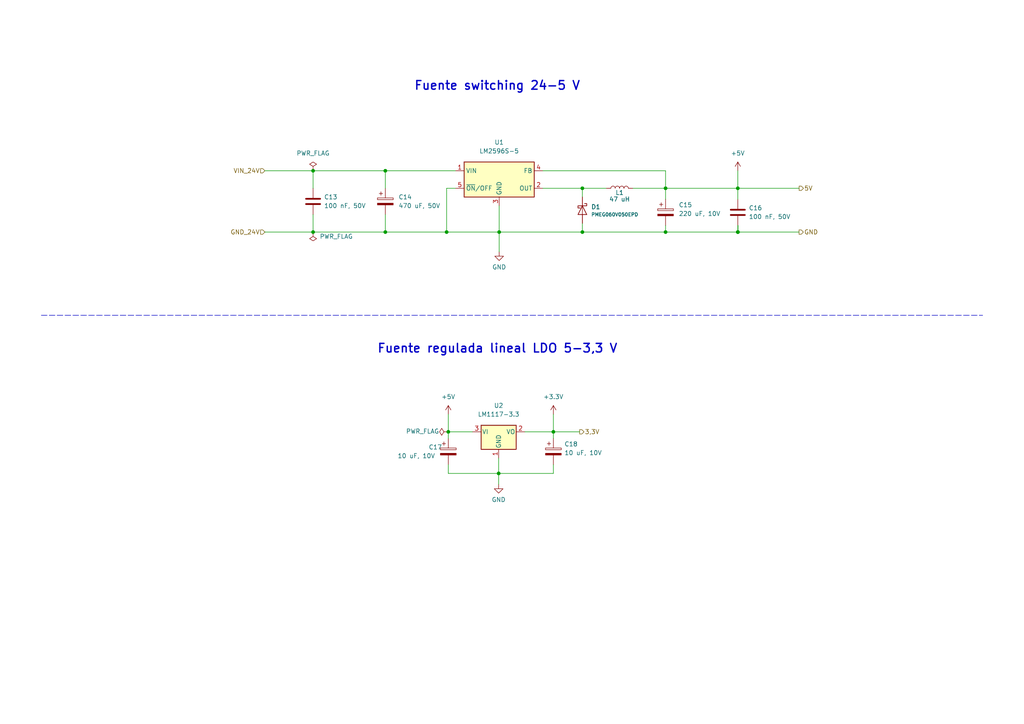
<source format=kicad_sch>
(kicad_sch (version 20211123) (generator eeschema)
  (paper "A4")
  (lib_symbols
    (symbol "Device:C" (pin_numbers hide) (pin_names (offset 0.254))
      (property "Reference" "C" (at 0.635 2.54 0))
      (property "Value" "C" (at 0.635 -2.54 0))
      (symbol "C_0_1"
        (polyline (pts (xy -2.032 -0.762) (xy 2.032 -0.762)) (stroke (width 0.508)))
        (polyline (pts (xy -2.032 0.762) (xy 2.032 0.762)) (stroke (width 0.508)))
      )
      (symbol "C_1_1"
        (pin passive line (at 0 3.81 270) (length 2.794) (name "~") (number "1"))
        (pin passive line (at 0 -3.81 90) (length 2.794) (name "~") (number "2"))
      )
    )
    (symbol "Device:C_Polarized" (pin_numbers hide) (pin_names (offset 0.254))
      (property "Reference" "C" (at 0.635 2.54 0))
      (property "Value" "C_Polarized" (at 0.635 -2.54 0))
      (symbol "C_Polarized_0_1"
        (rectangle (start -2.286 0.508) (end 2.286 1.016))
        (polyline (pts (xy -1.778 2.286) (xy -0.762 2.286)))
        (polyline (pts (xy -1.27 2.794) (xy -1.27 1.778)))
        (rectangle (start 2.286 -0.508) (end -2.286 -1.016) (fill (type outline)))
      )
      (symbol "C_Polarized_1_1"
        (pin passive line (at 0 3.81 270) (length 2.794) (name "~") (number "1"))
        (pin passive line (at 0 -3.81 90) (length 2.794) (name "~") (number "2"))
      )
    )
    (symbol "Device:L" (pin_numbers hide) (pin_names (offset 1.016) hide)
      (property "Reference" "L" (at -1.27 0 90))
      (property "Value" "L" (at 1.905 0 90))
      (symbol "L_0_1"
        (arc (start 0 -2.54) (mid 0.635 -1.905) (end 0 -1.27))
        (arc (start 0 -1.27) (mid 0.635 -0.635) (end 0 0))
        (arc (start 0 0) (mid 0.635 0.635) (end 0 1.27))
        (arc (start 0 1.27) (mid 0.635 1.905) (end 0 2.54))
      )
      (symbol "L_1_1"
        (pin passive line (at 0 3.81 270) (length 1.27) (name "1") (number "1"))
        (pin passive line (at 0 -3.81 90) (length 1.27) (name "2") (number "2"))
      )
    )
    (symbol "Diode:PMEG060V050EPD" (pin_numbers hide) (pin_names hide)
      (property "Reference" "D" (at 0 2.54 0))
      (property "Value" "PMEG060V050EPD" (at 0 -2.54 0))
      (symbol "PMEG060V050EPD_0_1"
        (polyline (pts (xy 1.27 0) (xy -1.27 0)))
        (polyline (pts (xy 1.27 1.27) (xy 1.27 -1.27) (xy -1.27 0) (xy 1.27 1.27)) (stroke (width 0.2032)))
        (polyline (pts (xy -1.905 0.635) (xy -1.905 1.27) (xy -1.27 1.27) (xy -1.27 -1.27) (xy -0.635 -1.27) (xy -0.635 -0.635)) (stroke (width 0.2032)))
      )
      (symbol "PMEG060V050EPD_1_1"
        (pin passive line (at 3.81 0 180) (length 2.54) (name "A") (number "1"))
        (pin passive line (at 3.81 0 180) (length 2.54) hide (name "A") (number "2"))
        (pin passive line (at -3.81 0 0) (length 2.54) (name "K") (number "3"))
      )
    )
    (symbol "Regulator_Linear:LM1117-3.3" (pin_names (offset 0.254))
      (property "Reference" "U" (at -3.81 3.175 0))
      (property "Value" "LM1117-3.3" (at 0 3.175 0))
      (symbol "LM1117-3.3_0_1"
        (rectangle (start -5.08 -5.08) (end 5.08 1.905) (stroke (width 0.254)) (fill (type background)))
      )
      (symbol "LM1117-3.3_1_1"
        (pin power_in line (at 0 -7.62 90) (length 2.54) (name "GND") (number "1"))
        (pin power_out line (at 7.62 0 180) (length 2.54) (name "VO") (number "2"))
        (pin power_in line (at -7.62 0 0) (length 2.54) (name "VI") (number "3"))
      )
    )
    (symbol "Regulator_Switching:LM2596S-5"
      (property "Reference" "U" (at -10.16 6.35 0))
      (property "Value" "LM2596S-5" (at 0 6.35 0))
      (symbol "LM2596S-5_0_1"
        (rectangle (start -10.16 5.08) (end 10.16 -5.08) (stroke (width 0.254)) (fill (type background)))
      )
      (symbol "LM2596S-5_1_1"
        (pin power_in line (at -12.7 2.54 0) (length 2.54) (name "VIN") (number "1"))
        (pin output line (at 12.7 -2.54 180) (length 2.54) (name "OUT") (number "2"))
        (pin power_in line (at 0 -7.62 90) (length 2.54) (name "GND") (number "3"))
        (pin input line (at 12.7 2.54 180) (length 2.54) (name "FB") (number "4"))
        (pin input line (at -12.7 -2.54 0) (length 2.54) (name "~{ON}/OFF") (number "5"))
      )
    )
    (symbol "power:+3.3V" (power) (pin_names (offset 0))
      (property "Value" "+3.3V" (at 0 3.556 0))
      (symbol "+3.3V_0_1"
        (polyline (pts (xy -0.762 1.27) (xy 0 2.54)))
        (polyline (pts (xy 0 0) (xy 0 2.54)))
        (polyline (pts (xy 0 2.54) (xy 0.762 1.27)))
      )
      (symbol "+3.3V_1_1"
        (pin power_in line (at 0 0 90) (length 0) hide (name "+3.3V") (number "1"))
      )
    )
    (symbol "power:+5V" (power) (pin_names (offset 0))
      (property "Value" "+5V" (at 0 3.556 0))
      (symbol "+5V_0_1"
        (polyline (pts (xy -0.762 1.27) (xy 0 2.54)))
        (polyline (pts (xy 0 0) (xy 0 2.54)))
        (polyline (pts (xy 0 2.54) (xy 0.762 1.27)))
      )
      (symbol "+5V_1_1"
        (pin power_in line (at 0 0 90) (length 0) hide (name "+5V") (number "1"))
      )
    )
    (symbol "power:GND" (power) (pin_names (offset 0))
      (property "Value" "GND" (at 0 -3.81 0))
      (symbol "GND_0_1"
        (polyline (pts (xy 0 0) (xy 0 -1.27) (xy 1.27 -1.27) (xy 0 -2.54) (xy -1.27 -1.27) (xy 0 -1.27)))
      )
      (symbol "GND_1_1"
        (pin power_in line (at 0 0 270) (length 0) hide (name "GND") (number "1"))
      )
    )
    (symbol "power:PWR_FLAG" (power) (pin_numbers hide) (pin_names (offset 0) hide)
      (property "Value" "PWR_FLAG" (at 0 3.81 0))
      (symbol "PWR_FLAG_0_0"
        (pin power_out line (at 0 0 90) (length 0) (name "pwr") (number "1"))
      )
      (symbol "PWR_FLAG_0_1"
        (polyline (pts (xy 0 0) (xy 0 1.27) (xy -1.016 1.905) (xy 0 2.54) (xy 1.016 1.905) (xy 0 1.27)))
      )
    )
  )
  (junction (at 213.995 67.31))
  (junction (at 214.0204 67.31))
  (junction (at 193.04 54.61))
  (junction (at 90.805 49.53))
  (junction (at 168.91 54.61))
  (junction (at 130.0226 125.2474))
  (junction (at 193.04 67.31))
  (junction (at 90.805 67.31))
  (junction (at 160.5026 125.2474))
  (junction (at 213.995 54.61))
  (junction (at 144.78 67.31))
  (junction (at 144.6276 137.3124))
  (junction (at 129.54 67.31))
  (junction (at 111.76 67.31))
  (junction (at 111.76 49.53))
  (junction (at 168.91 67.31))
  (wire (pts (xy 157.48 54.61) (xy 168.91 54.61)))
  (wire (pts (xy 168.91 64.77) (xy 168.91 67.31)))
  (wire (pts (xy 130.0226 127.1524) (xy 130.0226 125.2474)))
  (wire (pts (xy 160.5026 134.7724) (xy 160.5026 137.3124)))
  (wire (pts (xy 90.805 54.61) (xy 90.805 49.53)))
  (wire (pts (xy 144.78 59.69) (xy 144.78 67.31)))
  (wire (pts (xy 213.995 54.61) (xy 193.04 54.61)))
  (wire (pts (xy 168.91 54.61) (xy 175.895 54.61)))
  (wire (pts (xy 193.04 65.405) (xy 193.04 67.31)))
  (wire (pts (xy 90.805 49.53) (xy 111.76 49.53)))
  (wire (pts (xy 168.91 54.61) (xy 168.91 57.15)))
  (wire (pts (xy 129.54 67.31) (xy 144.78 67.31)))
  (wire (pts (xy 160.5026 125.2474) (xy 160.5026 127.1524)))
  (wire (pts (xy 214.0204 65.405) (xy 213.995 67.31)))
  (wire (pts (xy 214.0204 67.31) (xy 231.7496 67.31)))
  (wire (pts (xy 214.0204 65.405) (xy 214.0204 67.31)))
  (wire (pts (xy 130.0226 134.7724) (xy 130.0226 137.3124)))
  (wire (pts (xy 193.04 67.31) (xy 168.91 67.31)))
  (wire (pts (xy 157.48 49.53) (xy 193.04 49.53)))
  (wire (pts (xy 213.995 54.61) (xy 231.775 54.61)))
  (wire (pts (xy 76.835 49.53) (xy 90.805 49.53)))
  (wire (pts (xy 130.0226 120.1674) (xy 130.0226 125.2474)))
  (wire (pts (xy 193.04 67.31) (xy 213.995 67.31)))
  (wire (pts (xy 111.76 49.53) (xy 132.08 49.53)))
  (wire (pts (xy 213.995 67.31) (xy 214.0204 67.31)))
  (wire (pts (xy 168.91 67.31) (xy 144.78 67.31)))
  (wire (pts (xy 144.6276 132.8674) (xy 144.6276 137.3124)))
  (wire (pts (xy 111.76 67.31) (xy 129.54 67.31)))
  (wire (pts (xy 144.6276 137.3124) (xy 144.6276 140.4874)))
  (wire (pts (xy 213.995 49.53) (xy 213.995 54.61)))
  (wire (pts (xy 111.76 62.23) (xy 111.76 67.31)))
  (wire (pts (xy 160.5026 137.3124) (xy 144.6276 137.3124)))
  (wire (pts (xy 213.995 67.31) (xy 213.995 65.405)))
  (polyline (pts (xy 284.9626 91.44) (xy 284.9626 91.4654)))
  (wire (pts (xy 183.515 54.61) (xy 193.04 54.61)))
  (wire (pts (xy 130.0226 125.2474) (xy 137.0076 125.2474)))
  (wire (pts (xy 90.805 62.23) (xy 90.805 67.31)))
  (wire (pts (xy 160.5026 125.2474) (xy 168.1226 125.2474)))
  (wire (pts (xy 111.76 49.53) (xy 111.76 54.61)))
  (wire (pts (xy 193.04 54.61) (xy 193.04 57.785)))
  (wire (pts (xy 129.54 54.61) (xy 129.54 67.31)))
  (wire (pts (xy 193.04 49.53) (xy 193.04 54.61)))
  (polyline (pts (xy 11.9888 91.44) (xy 284.9626 91.44)))
  (wire (pts (xy 144.78 67.31) (xy 144.78 73.025)))
  (wire (pts (xy 129.54 54.61) (xy 132.08 54.61)))
  (wire (pts (xy 160.5026 120.1674) (xy 160.5026 125.2474)))
  (wire (pts (xy 213.995 57.785) (xy 213.995 54.61)))
  (wire (pts (xy 152.2476 125.2474) (xy 160.5026 125.2474)))
  (wire (pts (xy 76.835 67.31) (xy 90.805 67.31)))
  (wire (pts (xy 90.805 67.31) (xy 111.76 67.31)))
  (wire (pts (xy 130.0226 137.3124) (xy 144.6276 137.3124)))
  (text "Fuente switching 24-5 V" (at 120.0404 26.4414 0) (effects (font (size 2.5 2.5) (thickness 0.4) bold) (justify left bottom)))
  (text "Fuente regulada lineal LDO 5-3,3 V" (at 109.3216 102.6668 0) (effects (font (size 2.5 2.5) (thickness 0.4) bold) (justify left bottom)))
  (hierarchical_label "3,3V" (shape output) (at 168.1226 125.2474 0))
  (hierarchical_label "VIN_24V" (shape input) (at 76.835 49.53 180))
  (hierarchical_label "GND_24V" (shape input) (at 76.835 67.31 180))
  (hierarchical_label "5V" (shape output) (at 231.775 54.61 0))
  (hierarchical_label "GND" (shape output) (at 231.7496 67.31 0))
  (symbol (lib_id "Device:C") (at 213.995 61.595 0) (unit 1)
    (property "Reference" "C16" (at 217.17 60.325 0) (effects (justify left)))
    (property "Value" "100 nF, 50V" (at 217.17 62.865 0) (effects (justify left)))
    (property "Footprint" "Capacitor_SMD:C_0805_2012Metric" (effects hide))
  )
  (symbol (lib_id "Device:C_Polarized") (at 111.76 58.42 0) (unit 1)
    (property "Reference" "C14" (at 115.57 57.15 0) (effects (justify left)))
    (property "Value" "470 uF, 50V" (at 115.57 59.69 0) (effects (justify left)))
    (property "Footprint" "UUG1H471MNQ6MS:CAPAE1710X1750N" (effects hide))
  )
  (symbol (lib_id "Regulator_Linear:LM1117-3.3") (at 144.6276 125.2474 0) (unit 1)
    (property "Reference" "U2" (at 144.6276 117.6274 0))
    (property "Value" "LM1117-3.3" (at 144.6276 120.1674 0))
    (property "Footprint" "LM1117MPX-33NOPB:SOT230P700X180-4N" (effects hide))
    (property "Datasheet" "http://www.ti.com/lit/ds/symlink/lm1117.pdf" (effects hide))
  )
  (symbol (lib_id "power:GND") (at 144.6276 140.4874 0) (unit 1)
    (property "Reference" "#PWR05" (effects hide))
    (property "Value" "GND" (at 144.6276 144.9324 0))
  )
  (symbol (lib_id "power:+5V") (at 130.0226 120.1674 0) (unit 1)
    (property "Reference" "#PWR03" (effects hide))
    (property "Value" "+5V" (at 130.0226 115.0874 0))
  )
  (symbol (lib_id "power:PWR_FLAG") (at 90.805 49.53 0) (unit 1)
    (property "Reference" "#FLG01" (effects hide))
    (property "Value" "PWR_FLAG" (at 90.805 44.45 0))
  )
  (symbol (lib_id "power:PWR_FLAG") (at 130.0226 125.2474 90) (unit 1)
    (property "Reference" "#FLG03" (effects hide))
    (property "Value" "PWR_FLAG" (at 122.555 125.095 90))
  )
  (symbol (lib_id "power:+5V") (at 213.995 49.53 0) (unit 1)
    (property "Reference" "#PWR01" (effects hide))
    (property "Value" "+5V" (at 213.995 44.45 0))
  )
  (symbol (lib_id "Device:L") (at 179.705 54.61 90) (unit 1)
    (property "Reference" "L1" (at 179.705 55.88 90))
    (property "Value" "47 uH" (at 179.705 57.785 90))
    (property "Footprint" "7447709470:WE-PD_1260_1245_1280_121054" (effects hide))
  )
  (symbol (lib_id "Diode:PMEG060V050EPD") (at 168.91 60.96 270) (unit 1)
    (property "Reference" "D1" (at 171.45 60.0074 90) (effects (justify left)))
    (property "Value" "PMEG060V050EPD" (at 171.45 62.23 90) (effects (font (size 1 1)) (justify left)))
    (property "Footprint" "Package_TO_SOT_SMD:Nexperia_CFP15_SOT-1289" (effects hide))
    (property "Datasheet" "https://assets.nexperia.com/documents/data-sheet/PMEG060V050EPD.pdf" (effects hide))
  )
  (symbol (lib_id "Device:C") (at 90.805 58.42 0) (unit 1)
    (property "Reference" "C13" (at 93.98 57.15 0) (effects (justify left)))
    (property "Value" "100 nF, 50V" (at 93.98 59.69 0) (effects (justify left)))
    (property "Footprint" "Capacitor_SMD:C_0805_2012Metric" (effects hide))
  )
  (symbol (lib_id "Device:C_Polarized") (at 160.5026 130.9624 0) (unit 1)
    (property "Reference" "C18" (at 163.6776 128.8033 0) (effects (justify left)))
    (property "Value" "10 uF, 10V" (at 163.6776 131.3433 0) (effects (justify left)))
    (property "Footprint" "Capacitor_SMD:C_0805_2012Metric" (effects hide))
  )
  (symbol (lib_id "Device:C_Polarized") (at 130.0226 130.9624 0) (unit 1)
    (property "Reference" "C17" (at 124.3076 129.6924 0) (effects (justify left)))
    (property "Value" "10 uF, 10V" (at 126.2126 132.2324 0) (effects (justify right)))
    (property "Footprint" "Capacitor_SMD:C_0805_2012Metric" (effects hide))
  )
  (symbol (lib_id "power:GND") (at 144.78 73.025 0) (unit 1)
    (property "Reference" "#PWR02" (effects hide))
    (property "Value" "GND" (at 144.78 77.47 0))
  )
  (symbol (lib_id "Regulator_Switching:LM2596S-5") (at 144.78 52.07 0) (unit 1)
    (property "Reference" "U1" (at 144.78 41.275 0))
    (property "Value" "LM2596S-5" (at 144.78 43.815 0))
    (property "Footprint" "Package_TO_SOT_SMD:TO-263-5_TabPin3" (effects hide))
    (property "Datasheet" "http://www.ti.com/lit/ds/symlink/lm2596.pdf" (effects hide))
  )
  (symbol (lib_id "power:+3.3V") (at 160.5026 120.1674 0) (unit 1)
    (property "Reference" "#PWR04" (effects hide))
    (property "Value" "+3.3V" (at 160.5026 115.0874 0))
  )
  (symbol (lib_id "Device:C_Polarized") (at 193.04 61.595 0) (unit 1)
    (property "Reference" "C15" (at 196.85 59.4359 0) (effects (justify left)))
    (property "Value" "220 uF, 10V" (at 196.85 61.9759 0) (effects (justify left)))
    (property "Footprint" "TPSE227K010R0100:TPSE227K016R0100V" (effects hide))
  )
  (symbol (lib_id "power:PWR_FLAG") (at 90.805 67.31 180) (unit 1)
    (property "Reference" "#FLG02" (effects hide))
    (property "Value" "PWR_FLAG" (at 92.71 68.5799 0) (effects (justify right)))
  )
)
</source>
